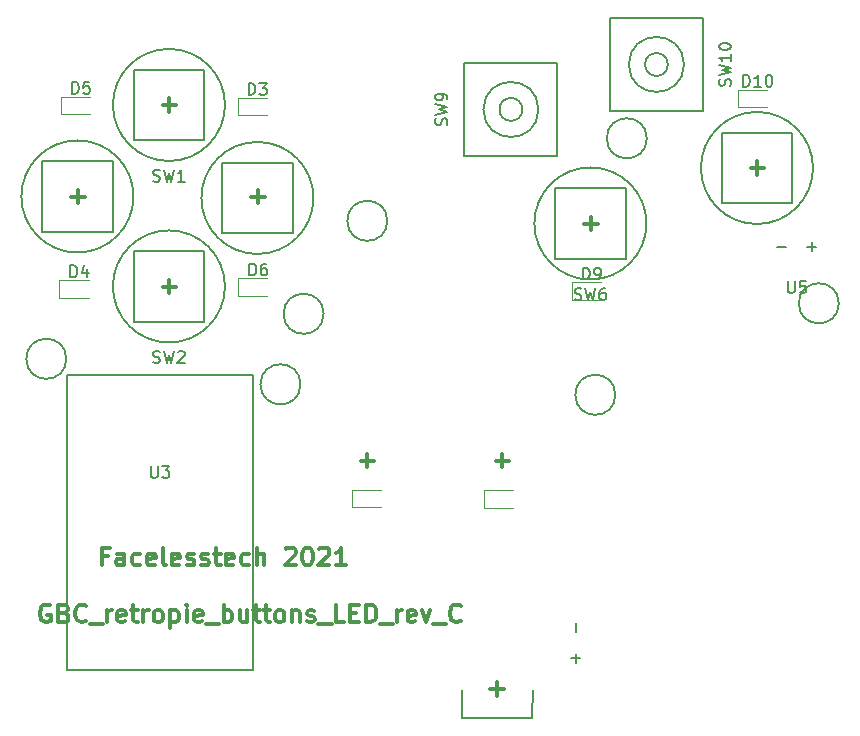
<source format=gbr>
G04 #@! TF.GenerationSoftware,KiCad,Pcbnew,5.1.9+dfsg1-1*
G04 #@! TF.CreationDate,2021-11-24T09:04:39+00:00*
G04 #@! TF.ProjectId,gbc_retrozero_buttons_led,6762635f-7265-4747-926f-7a65726f5f62,rev?*
G04 #@! TF.SameCoordinates,Original*
G04 #@! TF.FileFunction,Legend,Top*
G04 #@! TF.FilePolarity,Positive*
%FSLAX46Y46*%
G04 Gerber Fmt 4.6, Leading zero omitted, Abs format (unit mm)*
G04 Created by KiCad (PCBNEW 5.1.9+dfsg1-1) date 2021-11-24 09:04:39*
%MOMM*%
%LPD*%
G01*
G04 APERTURE LIST*
%ADD10C,0.300000*%
%ADD11C,0.150000*%
%ADD12C,0.120000*%
G04 APERTURE END LIST*
D10*
X176736114Y-108914500D02*
X176593257Y-108843071D01*
X176378971Y-108843071D01*
X176164685Y-108914500D01*
X176021828Y-109057357D01*
X175950400Y-109200214D01*
X175878971Y-109485928D01*
X175878971Y-109700214D01*
X175950400Y-109985928D01*
X176021828Y-110128785D01*
X176164685Y-110271642D01*
X176378971Y-110343071D01*
X176521828Y-110343071D01*
X176736114Y-110271642D01*
X176807542Y-110200214D01*
X176807542Y-109700214D01*
X176521828Y-109700214D01*
X177950400Y-109557357D02*
X178164685Y-109628785D01*
X178236114Y-109700214D01*
X178307542Y-109843071D01*
X178307542Y-110057357D01*
X178236114Y-110200214D01*
X178164685Y-110271642D01*
X178021828Y-110343071D01*
X177450400Y-110343071D01*
X177450400Y-108843071D01*
X177950400Y-108843071D01*
X178093257Y-108914500D01*
X178164685Y-108985928D01*
X178236114Y-109128785D01*
X178236114Y-109271642D01*
X178164685Y-109414500D01*
X178093257Y-109485928D01*
X177950400Y-109557357D01*
X177450400Y-109557357D01*
X179807542Y-110200214D02*
X179736114Y-110271642D01*
X179521828Y-110343071D01*
X179378971Y-110343071D01*
X179164685Y-110271642D01*
X179021828Y-110128785D01*
X178950400Y-109985928D01*
X178878971Y-109700214D01*
X178878971Y-109485928D01*
X178950400Y-109200214D01*
X179021828Y-109057357D01*
X179164685Y-108914500D01*
X179378971Y-108843071D01*
X179521828Y-108843071D01*
X179736114Y-108914500D01*
X179807542Y-108985928D01*
X180093257Y-110485928D02*
X181236114Y-110485928D01*
X181593257Y-110343071D02*
X181593257Y-109343071D01*
X181593257Y-109628785D02*
X181664685Y-109485928D01*
X181736114Y-109414500D01*
X181878971Y-109343071D01*
X182021828Y-109343071D01*
X183093257Y-110271642D02*
X182950400Y-110343071D01*
X182664685Y-110343071D01*
X182521828Y-110271642D01*
X182450400Y-110128785D01*
X182450400Y-109557357D01*
X182521828Y-109414500D01*
X182664685Y-109343071D01*
X182950400Y-109343071D01*
X183093257Y-109414500D01*
X183164685Y-109557357D01*
X183164685Y-109700214D01*
X182450400Y-109843071D01*
X183593257Y-109343071D02*
X184164685Y-109343071D01*
X183807542Y-108843071D02*
X183807542Y-110128785D01*
X183878971Y-110271642D01*
X184021828Y-110343071D01*
X184164685Y-110343071D01*
X184664685Y-110343071D02*
X184664685Y-109343071D01*
X184664685Y-109628785D02*
X184736114Y-109485928D01*
X184807542Y-109414500D01*
X184950400Y-109343071D01*
X185093257Y-109343071D01*
X185807542Y-110343071D02*
X185664685Y-110271642D01*
X185593257Y-110200214D01*
X185521828Y-110057357D01*
X185521828Y-109628785D01*
X185593257Y-109485928D01*
X185664685Y-109414500D01*
X185807542Y-109343071D01*
X186021828Y-109343071D01*
X186164685Y-109414500D01*
X186236114Y-109485928D01*
X186307542Y-109628785D01*
X186307542Y-110057357D01*
X186236114Y-110200214D01*
X186164685Y-110271642D01*
X186021828Y-110343071D01*
X185807542Y-110343071D01*
X186950400Y-109343071D02*
X186950400Y-110843071D01*
X186950400Y-109414500D02*
X187093257Y-109343071D01*
X187378971Y-109343071D01*
X187521828Y-109414500D01*
X187593257Y-109485928D01*
X187664685Y-109628785D01*
X187664685Y-110057357D01*
X187593257Y-110200214D01*
X187521828Y-110271642D01*
X187378971Y-110343071D01*
X187093257Y-110343071D01*
X186950400Y-110271642D01*
X188307542Y-110343071D02*
X188307542Y-109343071D01*
X188307542Y-108843071D02*
X188236114Y-108914500D01*
X188307542Y-108985928D01*
X188378971Y-108914500D01*
X188307542Y-108843071D01*
X188307542Y-108985928D01*
X189593257Y-110271642D02*
X189450400Y-110343071D01*
X189164685Y-110343071D01*
X189021828Y-110271642D01*
X188950400Y-110128785D01*
X188950400Y-109557357D01*
X189021828Y-109414500D01*
X189164685Y-109343071D01*
X189450400Y-109343071D01*
X189593257Y-109414500D01*
X189664685Y-109557357D01*
X189664685Y-109700214D01*
X188950400Y-109843071D01*
X189950400Y-110485928D02*
X191093257Y-110485928D01*
X191450400Y-110343071D02*
X191450400Y-108843071D01*
X191450400Y-109414500D02*
X191593257Y-109343071D01*
X191878971Y-109343071D01*
X192021828Y-109414500D01*
X192093257Y-109485928D01*
X192164685Y-109628785D01*
X192164685Y-110057357D01*
X192093257Y-110200214D01*
X192021828Y-110271642D01*
X191878971Y-110343071D01*
X191593257Y-110343071D01*
X191450400Y-110271642D01*
X193450400Y-109343071D02*
X193450400Y-110343071D01*
X192807542Y-109343071D02*
X192807542Y-110128785D01*
X192878971Y-110271642D01*
X193021828Y-110343071D01*
X193236114Y-110343071D01*
X193378971Y-110271642D01*
X193450400Y-110200214D01*
X193950400Y-109343071D02*
X194521828Y-109343071D01*
X194164685Y-108843071D02*
X194164685Y-110128785D01*
X194236114Y-110271642D01*
X194378971Y-110343071D01*
X194521828Y-110343071D01*
X194807542Y-109343071D02*
X195378971Y-109343071D01*
X195021828Y-108843071D02*
X195021828Y-110128785D01*
X195093257Y-110271642D01*
X195236114Y-110343071D01*
X195378971Y-110343071D01*
X196093257Y-110343071D02*
X195950400Y-110271642D01*
X195878971Y-110200214D01*
X195807542Y-110057357D01*
X195807542Y-109628785D01*
X195878971Y-109485928D01*
X195950400Y-109414500D01*
X196093257Y-109343071D01*
X196307542Y-109343071D01*
X196450400Y-109414500D01*
X196521828Y-109485928D01*
X196593257Y-109628785D01*
X196593257Y-110057357D01*
X196521828Y-110200214D01*
X196450400Y-110271642D01*
X196307542Y-110343071D01*
X196093257Y-110343071D01*
X197236114Y-109343071D02*
X197236114Y-110343071D01*
X197236114Y-109485928D02*
X197307542Y-109414500D01*
X197450400Y-109343071D01*
X197664685Y-109343071D01*
X197807542Y-109414500D01*
X197878971Y-109557357D01*
X197878971Y-110343071D01*
X198521828Y-110271642D02*
X198664685Y-110343071D01*
X198950400Y-110343071D01*
X199093257Y-110271642D01*
X199164685Y-110128785D01*
X199164685Y-110057357D01*
X199093257Y-109914500D01*
X198950400Y-109843071D01*
X198736114Y-109843071D01*
X198593257Y-109771642D01*
X198521828Y-109628785D01*
X198521828Y-109557357D01*
X198593257Y-109414500D01*
X198736114Y-109343071D01*
X198950400Y-109343071D01*
X199093257Y-109414500D01*
X199450400Y-110485928D02*
X200593257Y-110485928D01*
X201664685Y-110343071D02*
X200950400Y-110343071D01*
X200950400Y-108843071D01*
X202164685Y-109557357D02*
X202664685Y-109557357D01*
X202878971Y-110343071D02*
X202164685Y-110343071D01*
X202164685Y-108843071D01*
X202878971Y-108843071D01*
X203521828Y-110343071D02*
X203521828Y-108843071D01*
X203878971Y-108843071D01*
X204093257Y-108914500D01*
X204236114Y-109057357D01*
X204307542Y-109200214D01*
X204378971Y-109485928D01*
X204378971Y-109700214D01*
X204307542Y-109985928D01*
X204236114Y-110128785D01*
X204093257Y-110271642D01*
X203878971Y-110343071D01*
X203521828Y-110343071D01*
X204664685Y-110485928D02*
X205807542Y-110485928D01*
X206164685Y-110343071D02*
X206164685Y-109343071D01*
X206164685Y-109628785D02*
X206236114Y-109485928D01*
X206307542Y-109414500D01*
X206450400Y-109343071D01*
X206593257Y-109343071D01*
X207664685Y-110271642D02*
X207521828Y-110343071D01*
X207236114Y-110343071D01*
X207093257Y-110271642D01*
X207021828Y-110128785D01*
X207021828Y-109557357D01*
X207093257Y-109414500D01*
X207236114Y-109343071D01*
X207521828Y-109343071D01*
X207664685Y-109414500D01*
X207736114Y-109557357D01*
X207736114Y-109700214D01*
X207021828Y-109843071D01*
X208236114Y-109343071D02*
X208593257Y-110343071D01*
X208950400Y-109343071D01*
X209164685Y-110485928D02*
X210307542Y-110485928D01*
X211521828Y-110200214D02*
X211450400Y-110271642D01*
X211236114Y-110343071D01*
X211093257Y-110343071D01*
X210878971Y-110271642D01*
X210736114Y-110128785D01*
X210664685Y-109985928D01*
X210593257Y-109700214D01*
X210593257Y-109485928D01*
X210664685Y-109200214D01*
X210736114Y-109057357D01*
X210878971Y-108914500D01*
X211093257Y-108843071D01*
X211236114Y-108843071D01*
X211450400Y-108914500D01*
X211521828Y-108985928D01*
X181618371Y-104744057D02*
X181118371Y-104744057D01*
X181118371Y-105529771D02*
X181118371Y-104029771D01*
X181832657Y-104029771D01*
X183046942Y-105529771D02*
X183046942Y-104744057D01*
X182975514Y-104601200D01*
X182832657Y-104529771D01*
X182546942Y-104529771D01*
X182404085Y-104601200D01*
X183046942Y-105458342D02*
X182904085Y-105529771D01*
X182546942Y-105529771D01*
X182404085Y-105458342D01*
X182332657Y-105315485D01*
X182332657Y-105172628D01*
X182404085Y-105029771D01*
X182546942Y-104958342D01*
X182904085Y-104958342D01*
X183046942Y-104886914D01*
X184404085Y-105458342D02*
X184261228Y-105529771D01*
X183975514Y-105529771D01*
X183832657Y-105458342D01*
X183761228Y-105386914D01*
X183689800Y-105244057D01*
X183689800Y-104815485D01*
X183761228Y-104672628D01*
X183832657Y-104601200D01*
X183975514Y-104529771D01*
X184261228Y-104529771D01*
X184404085Y-104601200D01*
X185618371Y-105458342D02*
X185475514Y-105529771D01*
X185189800Y-105529771D01*
X185046942Y-105458342D01*
X184975514Y-105315485D01*
X184975514Y-104744057D01*
X185046942Y-104601200D01*
X185189800Y-104529771D01*
X185475514Y-104529771D01*
X185618371Y-104601200D01*
X185689800Y-104744057D01*
X185689800Y-104886914D01*
X184975514Y-105029771D01*
X186546942Y-105529771D02*
X186404085Y-105458342D01*
X186332657Y-105315485D01*
X186332657Y-104029771D01*
X187689800Y-105458342D02*
X187546942Y-105529771D01*
X187261228Y-105529771D01*
X187118371Y-105458342D01*
X187046942Y-105315485D01*
X187046942Y-104744057D01*
X187118371Y-104601200D01*
X187261228Y-104529771D01*
X187546942Y-104529771D01*
X187689800Y-104601200D01*
X187761228Y-104744057D01*
X187761228Y-104886914D01*
X187046942Y-105029771D01*
X188332657Y-105458342D02*
X188475514Y-105529771D01*
X188761228Y-105529771D01*
X188904085Y-105458342D01*
X188975514Y-105315485D01*
X188975514Y-105244057D01*
X188904085Y-105101200D01*
X188761228Y-105029771D01*
X188546942Y-105029771D01*
X188404085Y-104958342D01*
X188332657Y-104815485D01*
X188332657Y-104744057D01*
X188404085Y-104601200D01*
X188546942Y-104529771D01*
X188761228Y-104529771D01*
X188904085Y-104601200D01*
X189546942Y-105458342D02*
X189689800Y-105529771D01*
X189975514Y-105529771D01*
X190118371Y-105458342D01*
X190189800Y-105315485D01*
X190189800Y-105244057D01*
X190118371Y-105101200D01*
X189975514Y-105029771D01*
X189761228Y-105029771D01*
X189618371Y-104958342D01*
X189546942Y-104815485D01*
X189546942Y-104744057D01*
X189618371Y-104601200D01*
X189761228Y-104529771D01*
X189975514Y-104529771D01*
X190118371Y-104601200D01*
X190618371Y-104529771D02*
X191189800Y-104529771D01*
X190832657Y-104029771D02*
X190832657Y-105315485D01*
X190904085Y-105458342D01*
X191046942Y-105529771D01*
X191189800Y-105529771D01*
X192261228Y-105458342D02*
X192118371Y-105529771D01*
X191832657Y-105529771D01*
X191689800Y-105458342D01*
X191618371Y-105315485D01*
X191618371Y-104744057D01*
X191689800Y-104601200D01*
X191832657Y-104529771D01*
X192118371Y-104529771D01*
X192261228Y-104601200D01*
X192332657Y-104744057D01*
X192332657Y-104886914D01*
X191618371Y-105029771D01*
X193618371Y-105458342D02*
X193475514Y-105529771D01*
X193189800Y-105529771D01*
X193046942Y-105458342D01*
X192975514Y-105386914D01*
X192904085Y-105244057D01*
X192904085Y-104815485D01*
X192975514Y-104672628D01*
X193046942Y-104601200D01*
X193189800Y-104529771D01*
X193475514Y-104529771D01*
X193618371Y-104601200D01*
X194261228Y-105529771D02*
X194261228Y-104029771D01*
X194904085Y-105529771D02*
X194904085Y-104744057D01*
X194832657Y-104601200D01*
X194689800Y-104529771D01*
X194475514Y-104529771D01*
X194332657Y-104601200D01*
X194261228Y-104672628D01*
X196689800Y-104172628D02*
X196761228Y-104101200D01*
X196904085Y-104029771D01*
X197261228Y-104029771D01*
X197404085Y-104101200D01*
X197475514Y-104172628D01*
X197546942Y-104315485D01*
X197546942Y-104458342D01*
X197475514Y-104672628D01*
X196618371Y-105529771D01*
X197546942Y-105529771D01*
X198475514Y-104029771D02*
X198618371Y-104029771D01*
X198761228Y-104101200D01*
X198832657Y-104172628D01*
X198904085Y-104315485D01*
X198975514Y-104601200D01*
X198975514Y-104958342D01*
X198904085Y-105244057D01*
X198832657Y-105386914D01*
X198761228Y-105458342D01*
X198618371Y-105529771D01*
X198475514Y-105529771D01*
X198332657Y-105458342D01*
X198261228Y-105386914D01*
X198189800Y-105244057D01*
X198118371Y-104958342D01*
X198118371Y-104601200D01*
X198189800Y-104315485D01*
X198261228Y-104172628D01*
X198332657Y-104101200D01*
X198475514Y-104029771D01*
X199546942Y-104172628D02*
X199618371Y-104101200D01*
X199761228Y-104029771D01*
X200118371Y-104029771D01*
X200261228Y-104101200D01*
X200332657Y-104172628D01*
X200404085Y-104315485D01*
X200404085Y-104458342D01*
X200332657Y-104672628D01*
X199475514Y-105529771D01*
X200404085Y-105529771D01*
X201832657Y-105529771D02*
X200975514Y-105529771D01*
X201404085Y-105529771D02*
X201404085Y-104029771D01*
X201261228Y-104244057D01*
X201118371Y-104386914D01*
X200975514Y-104458342D01*
D11*
X217596000Y-118350280D02*
X217596000Y-118345200D01*
X211596520Y-118416320D02*
X217596000Y-118416320D01*
X217596000Y-118401080D02*
X217601080Y-116054120D01*
X211596520Y-118411240D02*
X211601600Y-116064280D01*
D10*
X214022291Y-115983462D02*
X215165148Y-115983462D01*
X214593720Y-116554891D02*
X214593720Y-115412034D01*
X214484571Y-96659142D02*
X215627428Y-96659142D01*
X215056000Y-97230571D02*
X215056000Y-96087714D01*
X203054571Y-96659142D02*
X204197428Y-96659142D01*
X203626000Y-97230571D02*
X203626000Y-96087714D01*
X236074571Y-71894142D02*
X237217428Y-71894142D01*
X236646000Y-72465571D02*
X236646000Y-71322714D01*
X221977571Y-76593142D02*
X223120428Y-76593142D01*
X222549000Y-77164571D02*
X222549000Y-76021714D01*
X193783571Y-74307142D02*
X194926428Y-74307142D01*
X194355000Y-74878571D02*
X194355000Y-73735714D01*
X186290571Y-81927142D02*
X187433428Y-81927142D01*
X186862000Y-82498571D02*
X186862000Y-81355714D01*
X186290571Y-66560142D02*
X187433428Y-66560142D01*
X186862000Y-67131571D02*
X186862000Y-65988714D01*
X178543571Y-74307142D02*
X179686428Y-74307142D01*
X179115000Y-74878571D02*
X179115000Y-73735714D01*
D11*
X233616500Y-68897500D02*
X239585500Y-68897500D01*
X239585500Y-68897500D02*
X239585500Y-74866500D01*
X239585500Y-74866500D02*
X233616500Y-74866500D01*
X233616500Y-74866500D02*
X233616500Y-68897500D01*
X241346112Y-71882000D02*
G75*
G03*
X241346112Y-71882000I-4745112J0D01*
G01*
X176085500Y-71310500D02*
X182054500Y-71310500D01*
X182054500Y-71310500D02*
X182054500Y-77279500D01*
X182054500Y-77279500D02*
X176085500Y-77279500D01*
X176085500Y-77279500D02*
X176085500Y-71310500D01*
X183815112Y-74295000D02*
G75*
G03*
X183815112Y-74295000I-4745112J0D01*
G01*
X183832500Y-78930500D02*
X189801500Y-78930500D01*
X189801500Y-78930500D02*
X189801500Y-84899500D01*
X189801500Y-84899500D02*
X183832500Y-84899500D01*
X183832500Y-84899500D02*
X183832500Y-78930500D01*
X191562112Y-81915000D02*
G75*
G03*
X191562112Y-81915000I-4745112J0D01*
G01*
X224614037Y-91088460D02*
G75*
G03*
X224614037Y-91088460I-1696737J0D01*
G01*
X243537037Y-83341460D02*
G75*
G03*
X243537037Y-83341460I-1696737J0D01*
G01*
X227281037Y-69371460D02*
G75*
G03*
X227281037Y-69371460I-1696737J0D01*
G01*
X205310037Y-76356460D02*
G75*
G03*
X205310037Y-76356460I-1696737J0D01*
G01*
X199912537Y-84230460D02*
G75*
G03*
X199912537Y-84230460I-1696737J0D01*
G01*
X178132037Y-88040460D02*
G75*
G03*
X178132037Y-88040460I-1696737J0D01*
G01*
X197956737Y-90202000D02*
G75*
G03*
X197956737Y-90202000I-1696737J0D01*
G01*
X186055000Y-89408000D02*
X178181000Y-89408000D01*
X178181000Y-89408000D02*
X178181000Y-114427000D01*
X178181000Y-114427000D02*
X193929000Y-114427000D01*
X193929000Y-114427000D02*
X193929000Y-89408000D01*
X193929000Y-89408000D02*
X186055000Y-89408000D01*
X183832500Y-63563500D02*
X189801500Y-63563500D01*
X189801500Y-63563500D02*
X189801500Y-69532500D01*
X189801500Y-69532500D02*
X183832500Y-69532500D01*
X183832500Y-69532500D02*
X183832500Y-63563500D01*
X191562112Y-66548000D02*
G75*
G03*
X191562112Y-66548000I-4745112J0D01*
G01*
X191325500Y-71437500D02*
X197294500Y-71437500D01*
X197294500Y-71437500D02*
X197294500Y-77406500D01*
X197294500Y-77406500D02*
X191325500Y-77406500D01*
X191325500Y-77406500D02*
X191325500Y-71437500D01*
X199055112Y-74422000D02*
G75*
G03*
X199055112Y-74422000I-4745112J0D01*
G01*
X219519500Y-73596500D02*
X225488500Y-73596500D01*
X225488500Y-73596500D02*
X225488500Y-79565500D01*
X225488500Y-79565500D02*
X219519500Y-79565500D01*
X219519500Y-79565500D02*
X219519500Y-73596500D01*
X227249112Y-76581000D02*
G75*
G03*
X227249112Y-76581000I-4745112J0D01*
G01*
X216740203Y-66929000D02*
G75*
G03*
X216740203Y-66929000I-967203J0D01*
G01*
X218104410Y-66929000D02*
G75*
G03*
X218104410Y-66929000I-2331410J0D01*
G01*
X219710000Y-70866000D02*
X211836000Y-70866000D01*
X211836000Y-70866000D02*
X211836000Y-62992000D01*
X211836000Y-62992000D02*
X219710000Y-62992000D01*
X219710000Y-66929000D02*
X219710000Y-62992000D01*
X219710000Y-70739000D02*
X219710000Y-70866000D01*
X219710000Y-66929000D02*
X219710000Y-70739000D01*
X229059203Y-63119000D02*
G75*
G03*
X229059203Y-63119000I-967203J0D01*
G01*
X230423410Y-63119000D02*
G75*
G03*
X230423410Y-63119000I-2331410J0D01*
G01*
X224155000Y-59182000D02*
X232029000Y-59182000D01*
X232029000Y-59182000D02*
X232029000Y-67056000D01*
X232029000Y-67056000D02*
X224155000Y-67056000D01*
X224155000Y-63119000D02*
X224155000Y-67056000D01*
X224155000Y-59309000D02*
X224155000Y-59182000D01*
X224155000Y-63119000D02*
X224155000Y-59309000D01*
D12*
X192636000Y-67410000D02*
X195096000Y-67410000D01*
X192636000Y-65940000D02*
X192636000Y-67410000D01*
X195096000Y-65940000D02*
X192636000Y-65940000D01*
X180011000Y-81383200D02*
X177551000Y-81383200D01*
X177551000Y-81383200D02*
X177551000Y-82853200D01*
X177551000Y-82853200D02*
X180011000Y-82853200D01*
X180150700Y-65838400D02*
X177690700Y-65838400D01*
X177690700Y-65838400D02*
X177690700Y-67308400D01*
X177690700Y-67308400D02*
X180150700Y-67308400D01*
X192702100Y-82688100D02*
X195162100Y-82688100D01*
X192702100Y-81218100D02*
X192702100Y-82688100D01*
X195162100Y-81218100D02*
X192702100Y-81218100D01*
X204762000Y-99150500D02*
X202302000Y-99150500D01*
X202302000Y-99150500D02*
X202302000Y-100620500D01*
X202302000Y-100620500D02*
X204762000Y-100620500D01*
X213479300Y-100633200D02*
X215939300Y-100633200D01*
X213479300Y-99163200D02*
X213479300Y-100633200D01*
X215939300Y-99163200D02*
X213479300Y-99163200D01*
X223394200Y-81561000D02*
X220934200Y-81561000D01*
X220934200Y-81561000D02*
X220934200Y-83031000D01*
X220934200Y-83031000D02*
X223394200Y-83031000D01*
X234991800Y-66711500D02*
X237451800Y-66711500D01*
X234991800Y-65241500D02*
X234991800Y-66711500D01*
X237451800Y-65241500D02*
X234991800Y-65241500D01*
D11*
X185483666Y-88352261D02*
X185626523Y-88399880D01*
X185864619Y-88399880D01*
X185959857Y-88352261D01*
X186007476Y-88304642D01*
X186055095Y-88209404D01*
X186055095Y-88114166D01*
X186007476Y-88018928D01*
X185959857Y-87971309D01*
X185864619Y-87923690D01*
X185674142Y-87876071D01*
X185578904Y-87828452D01*
X185531285Y-87780833D01*
X185483666Y-87685595D01*
X185483666Y-87590357D01*
X185531285Y-87495119D01*
X185578904Y-87447500D01*
X185674142Y-87399880D01*
X185912238Y-87399880D01*
X186055095Y-87447500D01*
X186388428Y-87399880D02*
X186626523Y-88399880D01*
X186817000Y-87685595D01*
X187007476Y-88399880D01*
X187245571Y-87399880D01*
X187578904Y-87495119D02*
X187626523Y-87447500D01*
X187721761Y-87399880D01*
X187959857Y-87399880D01*
X188055095Y-87447500D01*
X188102714Y-87495119D01*
X188150333Y-87590357D01*
X188150333Y-87685595D01*
X188102714Y-87828452D01*
X187531285Y-88399880D01*
X188150333Y-88399880D01*
X185293095Y-97115380D02*
X185293095Y-97924904D01*
X185340714Y-98020142D01*
X185388333Y-98067761D01*
X185483571Y-98115380D01*
X185674047Y-98115380D01*
X185769285Y-98067761D01*
X185816904Y-98020142D01*
X185864523Y-97924904D01*
X185864523Y-97115380D01*
X186245476Y-97115380D02*
X186864523Y-97115380D01*
X186531190Y-97496333D01*
X186674047Y-97496333D01*
X186769285Y-97543952D01*
X186816904Y-97591571D01*
X186864523Y-97686809D01*
X186864523Y-97924904D01*
X186816904Y-98020142D01*
X186769285Y-98067761D01*
X186674047Y-98115380D01*
X186388333Y-98115380D01*
X186293095Y-98067761D01*
X186245476Y-98020142D01*
X239217295Y-81453740D02*
X239217295Y-82263264D01*
X239264914Y-82358502D01*
X239312533Y-82406121D01*
X239407771Y-82453740D01*
X239598247Y-82453740D01*
X239693485Y-82406121D01*
X239741104Y-82358502D01*
X239788723Y-82263264D01*
X239788723Y-81453740D01*
X240741104Y-81453740D02*
X240264914Y-81453740D01*
X240217295Y-81929931D01*
X240264914Y-81882312D01*
X240360152Y-81834693D01*
X240598247Y-81834693D01*
X240693485Y-81882312D01*
X240741104Y-81929931D01*
X240788723Y-82025169D01*
X240788723Y-82263264D01*
X240741104Y-82358502D01*
X240693485Y-82406121D01*
X240598247Y-82453740D01*
X240360152Y-82453740D01*
X240264914Y-82406121D01*
X240217295Y-82358502D01*
X238328247Y-78547268D02*
X239090152Y-78547268D01*
X240863167Y-78547268D02*
X241625072Y-78547268D01*
X241244120Y-78928220D02*
X241244120Y-78166316D01*
X185483666Y-72985261D02*
X185626523Y-73032880D01*
X185864619Y-73032880D01*
X185959857Y-72985261D01*
X186007476Y-72937642D01*
X186055095Y-72842404D01*
X186055095Y-72747166D01*
X186007476Y-72651928D01*
X185959857Y-72604309D01*
X185864619Y-72556690D01*
X185674142Y-72509071D01*
X185578904Y-72461452D01*
X185531285Y-72413833D01*
X185483666Y-72318595D01*
X185483666Y-72223357D01*
X185531285Y-72128119D01*
X185578904Y-72080500D01*
X185674142Y-72032880D01*
X185912238Y-72032880D01*
X186055095Y-72080500D01*
X186388428Y-72032880D02*
X186626523Y-73032880D01*
X186817000Y-72318595D01*
X187007476Y-73032880D01*
X187245571Y-72032880D01*
X188150333Y-73032880D02*
X187578904Y-73032880D01*
X187864619Y-73032880D02*
X187864619Y-72032880D01*
X187769380Y-72175738D01*
X187674142Y-72270976D01*
X187578904Y-72318595D01*
X221170666Y-83018261D02*
X221313523Y-83065880D01*
X221551619Y-83065880D01*
X221646857Y-83018261D01*
X221694476Y-82970642D01*
X221742095Y-82875404D01*
X221742095Y-82780166D01*
X221694476Y-82684928D01*
X221646857Y-82637309D01*
X221551619Y-82589690D01*
X221361142Y-82542071D01*
X221265904Y-82494452D01*
X221218285Y-82446833D01*
X221170666Y-82351595D01*
X221170666Y-82256357D01*
X221218285Y-82161119D01*
X221265904Y-82113500D01*
X221361142Y-82065880D01*
X221599238Y-82065880D01*
X221742095Y-82113500D01*
X222075428Y-82065880D02*
X222313523Y-83065880D01*
X222504000Y-82351595D01*
X222694476Y-83065880D01*
X222932571Y-82065880D01*
X223742095Y-82065880D02*
X223551619Y-82065880D01*
X223456380Y-82113500D01*
X223408761Y-82161119D01*
X223313523Y-82303976D01*
X223265904Y-82494452D01*
X223265904Y-82875404D01*
X223313523Y-82970642D01*
X223361142Y-83018261D01*
X223456380Y-83065880D01*
X223646857Y-83065880D01*
X223742095Y-83018261D01*
X223789714Y-82970642D01*
X223837333Y-82875404D01*
X223837333Y-82637309D01*
X223789714Y-82542071D01*
X223742095Y-82494452D01*
X223646857Y-82446833D01*
X223456380Y-82446833D01*
X223361142Y-82494452D01*
X223313523Y-82542071D01*
X223265904Y-82637309D01*
X210335761Y-68262333D02*
X210383380Y-68119476D01*
X210383380Y-67881380D01*
X210335761Y-67786142D01*
X210288142Y-67738523D01*
X210192904Y-67690904D01*
X210097666Y-67690904D01*
X210002428Y-67738523D01*
X209954809Y-67786142D01*
X209907190Y-67881380D01*
X209859571Y-68071857D01*
X209811952Y-68167095D01*
X209764333Y-68214714D01*
X209669095Y-68262333D01*
X209573857Y-68262333D01*
X209478619Y-68214714D01*
X209431000Y-68167095D01*
X209383380Y-68071857D01*
X209383380Y-67833761D01*
X209431000Y-67690904D01*
X209383380Y-67357571D02*
X210383380Y-67119476D01*
X209669095Y-66929000D01*
X210383380Y-66738523D01*
X209383380Y-66500428D01*
X210383380Y-66071857D02*
X210383380Y-65881380D01*
X210335761Y-65786142D01*
X210288142Y-65738523D01*
X210145285Y-65643285D01*
X209954809Y-65595666D01*
X209573857Y-65595666D01*
X209478619Y-65643285D01*
X209431000Y-65690904D01*
X209383380Y-65786142D01*
X209383380Y-65976619D01*
X209431000Y-66071857D01*
X209478619Y-66119476D01*
X209573857Y-66167095D01*
X209811952Y-66167095D01*
X209907190Y-66119476D01*
X209954809Y-66071857D01*
X210002428Y-65976619D01*
X210002428Y-65786142D01*
X209954809Y-65690904D01*
X209907190Y-65643285D01*
X209811952Y-65595666D01*
X234338761Y-64928523D02*
X234386380Y-64785666D01*
X234386380Y-64547571D01*
X234338761Y-64452333D01*
X234291142Y-64404714D01*
X234195904Y-64357095D01*
X234100666Y-64357095D01*
X234005428Y-64404714D01*
X233957809Y-64452333D01*
X233910190Y-64547571D01*
X233862571Y-64738047D01*
X233814952Y-64833285D01*
X233767333Y-64880904D01*
X233672095Y-64928523D01*
X233576857Y-64928523D01*
X233481619Y-64880904D01*
X233434000Y-64833285D01*
X233386380Y-64738047D01*
X233386380Y-64499952D01*
X233434000Y-64357095D01*
X233386380Y-64023761D02*
X234386380Y-63785666D01*
X233672095Y-63595190D01*
X234386380Y-63404714D01*
X233386380Y-63166619D01*
X234386380Y-62261857D02*
X234386380Y-62833285D01*
X234386380Y-62547571D02*
X233386380Y-62547571D01*
X233529238Y-62642809D01*
X233624476Y-62738047D01*
X233672095Y-62833285D01*
X233386380Y-61642809D02*
X233386380Y-61547571D01*
X233434000Y-61452333D01*
X233481619Y-61404714D01*
X233576857Y-61357095D01*
X233767333Y-61309476D01*
X234005428Y-61309476D01*
X234195904Y-61357095D01*
X234291142Y-61404714D01*
X234338761Y-61452333D01*
X234386380Y-61547571D01*
X234386380Y-61642809D01*
X234338761Y-61738047D01*
X234291142Y-61785666D01*
X234195904Y-61833285D01*
X234005428Y-61880904D01*
X233767333Y-61880904D01*
X233576857Y-61833285D01*
X233481619Y-61785666D01*
X233434000Y-61738047D01*
X233386380Y-61642809D01*
X221244468Y-111188452D02*
X221244468Y-110426547D01*
X221254628Y-113753852D02*
X221254628Y-112991947D01*
X221635580Y-113372900D02*
X220873676Y-113372900D01*
X193557904Y-65697380D02*
X193557904Y-64697380D01*
X193796000Y-64697380D01*
X193938857Y-64745000D01*
X194034095Y-64840238D01*
X194081714Y-64935476D01*
X194129333Y-65125952D01*
X194129333Y-65268809D01*
X194081714Y-65459285D01*
X194034095Y-65554523D01*
X193938857Y-65649761D01*
X193796000Y-65697380D01*
X193557904Y-65697380D01*
X194462666Y-64697380D02*
X195081714Y-64697380D01*
X194748380Y-65078333D01*
X194891238Y-65078333D01*
X194986476Y-65125952D01*
X195034095Y-65173571D01*
X195081714Y-65268809D01*
X195081714Y-65506904D01*
X195034095Y-65602142D01*
X194986476Y-65649761D01*
X194891238Y-65697380D01*
X194605523Y-65697380D01*
X194510285Y-65649761D01*
X194462666Y-65602142D01*
X178472904Y-81140580D02*
X178472904Y-80140580D01*
X178711000Y-80140580D01*
X178853857Y-80188200D01*
X178949095Y-80283438D01*
X178996714Y-80378676D01*
X179044333Y-80569152D01*
X179044333Y-80712009D01*
X178996714Y-80902485D01*
X178949095Y-80997723D01*
X178853857Y-81092961D01*
X178711000Y-81140580D01*
X178472904Y-81140580D01*
X179901476Y-80473914D02*
X179901476Y-81140580D01*
X179663380Y-80092961D02*
X179425285Y-80807247D01*
X180044333Y-80807247D01*
X178612604Y-65595780D02*
X178612604Y-64595780D01*
X178850700Y-64595780D01*
X178993557Y-64643400D01*
X179088795Y-64738638D01*
X179136414Y-64833876D01*
X179184033Y-65024352D01*
X179184033Y-65167209D01*
X179136414Y-65357685D01*
X179088795Y-65452923D01*
X178993557Y-65548161D01*
X178850700Y-65595780D01*
X178612604Y-65595780D01*
X180088795Y-64595780D02*
X179612604Y-64595780D01*
X179564985Y-65071971D01*
X179612604Y-65024352D01*
X179707842Y-64976733D01*
X179945938Y-64976733D01*
X180041176Y-65024352D01*
X180088795Y-65071971D01*
X180136414Y-65167209D01*
X180136414Y-65405304D01*
X180088795Y-65500542D01*
X180041176Y-65548161D01*
X179945938Y-65595780D01*
X179707842Y-65595780D01*
X179612604Y-65548161D01*
X179564985Y-65500542D01*
X193624004Y-80975480D02*
X193624004Y-79975480D01*
X193862100Y-79975480D01*
X194004957Y-80023100D01*
X194100195Y-80118338D01*
X194147814Y-80213576D01*
X194195433Y-80404052D01*
X194195433Y-80546909D01*
X194147814Y-80737385D01*
X194100195Y-80832623D01*
X194004957Y-80927861D01*
X193862100Y-80975480D01*
X193624004Y-80975480D01*
X195052576Y-79975480D02*
X194862100Y-79975480D01*
X194766861Y-80023100D01*
X194719242Y-80070719D01*
X194624004Y-80213576D01*
X194576385Y-80404052D01*
X194576385Y-80785004D01*
X194624004Y-80880242D01*
X194671623Y-80927861D01*
X194766861Y-80975480D01*
X194957338Y-80975480D01*
X195052576Y-80927861D01*
X195100195Y-80880242D01*
X195147814Y-80785004D01*
X195147814Y-80546909D01*
X195100195Y-80451671D01*
X195052576Y-80404052D01*
X194957338Y-80356433D01*
X194766861Y-80356433D01*
X194671623Y-80404052D01*
X194624004Y-80451671D01*
X194576385Y-80546909D01*
X221856104Y-81318380D02*
X221856104Y-80318380D01*
X222094200Y-80318380D01*
X222237057Y-80366000D01*
X222332295Y-80461238D01*
X222379914Y-80556476D01*
X222427533Y-80746952D01*
X222427533Y-80889809D01*
X222379914Y-81080285D01*
X222332295Y-81175523D01*
X222237057Y-81270761D01*
X222094200Y-81318380D01*
X221856104Y-81318380D01*
X222903723Y-81318380D02*
X223094200Y-81318380D01*
X223189438Y-81270761D01*
X223237057Y-81223142D01*
X223332295Y-81080285D01*
X223379914Y-80889809D01*
X223379914Y-80508857D01*
X223332295Y-80413619D01*
X223284676Y-80366000D01*
X223189438Y-80318380D01*
X222998961Y-80318380D01*
X222903723Y-80366000D01*
X222856104Y-80413619D01*
X222808485Y-80508857D01*
X222808485Y-80746952D01*
X222856104Y-80842190D01*
X222903723Y-80889809D01*
X222998961Y-80937428D01*
X223189438Y-80937428D01*
X223284676Y-80889809D01*
X223332295Y-80842190D01*
X223379914Y-80746952D01*
X235437514Y-64998880D02*
X235437514Y-63998880D01*
X235675609Y-63998880D01*
X235818466Y-64046500D01*
X235913704Y-64141738D01*
X235961323Y-64236976D01*
X236008942Y-64427452D01*
X236008942Y-64570309D01*
X235961323Y-64760785D01*
X235913704Y-64856023D01*
X235818466Y-64951261D01*
X235675609Y-64998880D01*
X235437514Y-64998880D01*
X236961323Y-64998880D02*
X236389895Y-64998880D01*
X236675609Y-64998880D02*
X236675609Y-63998880D01*
X236580371Y-64141738D01*
X236485133Y-64236976D01*
X236389895Y-64284595D01*
X237580371Y-63998880D02*
X237675609Y-63998880D01*
X237770847Y-64046500D01*
X237818466Y-64094119D01*
X237866085Y-64189357D01*
X237913704Y-64379833D01*
X237913704Y-64617928D01*
X237866085Y-64808404D01*
X237818466Y-64903642D01*
X237770847Y-64951261D01*
X237675609Y-64998880D01*
X237580371Y-64998880D01*
X237485133Y-64951261D01*
X237437514Y-64903642D01*
X237389895Y-64808404D01*
X237342276Y-64617928D01*
X237342276Y-64379833D01*
X237389895Y-64189357D01*
X237437514Y-64094119D01*
X237485133Y-64046500D01*
X237580371Y-63998880D01*
M02*

</source>
